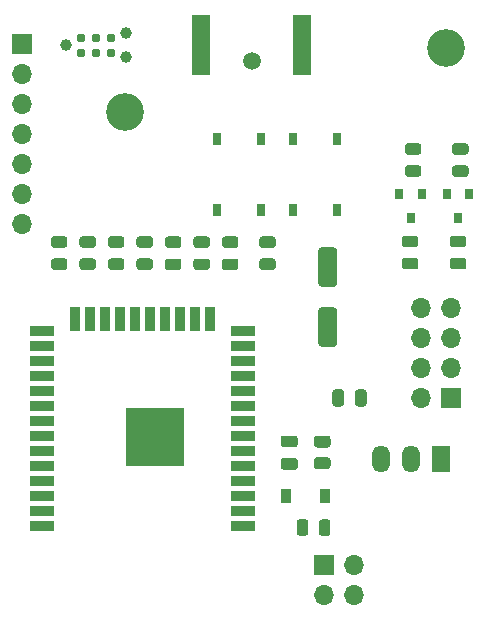
<source format=gts>
G04 #@! TF.GenerationSoftware,KiCad,Pcbnew,(5.1.9-0-10_14)*
G04 #@! TF.CreationDate,2022-01-17T21:12:23+01:00*
G04 #@! TF.ProjectId,ithowifi_4l,6974686f-7769-4666-995f-346c2e6b6963,rev?*
G04 #@! TF.SameCoordinates,Original*
G04 #@! TF.FileFunction,Soldermask,Top*
G04 #@! TF.FilePolarity,Negative*
%FSLAX46Y46*%
G04 Gerber Fmt 4.6, Leading zero omitted, Abs format (unit mm)*
G04 Created by KiCad (PCBNEW (5.1.9-0-10_14)) date 2022-01-17 21:12:23*
%MOMM*%
%LPD*%
G01*
G04 APERTURE LIST*
%ADD10C,3.200000*%
%ADD11R,0.750000X1.000000*%
%ADD12C,1.500000*%
%ADD13R,0.900000X1.200000*%
%ADD14O,1.700000X1.700000*%
%ADD15R,1.700000X1.700000*%
%ADD16C,0.787400*%
%ADD17C,0.990600*%
%ADD18R,2.000000X0.900000*%
%ADD19R,0.900000X2.000000*%
%ADD20R,5.000000X5.000000*%
%ADD21R,1.500000X5.080000*%
%ADD22R,0.800000X0.900000*%
%ADD23O,1.500000X2.300000*%
%ADD24R,1.500000X2.300000*%
G04 APERTURE END LIST*
D10*
X121630000Y-108120000D03*
D11*
X102265000Y-115872000D03*
X102265000Y-121872000D03*
X106015000Y-121872000D03*
X106015000Y-115872000D03*
X112415400Y-121872000D03*
X112415400Y-115872000D03*
X108665400Y-115872000D03*
X108665400Y-121872000D03*
D12*
X105182180Y-109251460D03*
G36*
G01*
X111621502Y-141977500D02*
X110721498Y-141977500D01*
G75*
G02*
X110471500Y-141727502I0J249998D01*
G01*
X110471500Y-141202498D01*
G75*
G02*
X110721498Y-140952500I249998J0D01*
G01*
X111621502Y-140952500D01*
G75*
G02*
X111871500Y-141202498I0J-249998D01*
G01*
X111871500Y-141727502D01*
G75*
G02*
X111621502Y-141977500I-249998J0D01*
G01*
G37*
G36*
G01*
X111621502Y-143802500D02*
X110721498Y-143802500D01*
G75*
G02*
X110471500Y-143552502I0J249998D01*
G01*
X110471500Y-143027498D01*
G75*
G02*
X110721498Y-142777500I249998J0D01*
G01*
X111621502Y-142777500D01*
G75*
G02*
X111871500Y-143027498I0J-249998D01*
G01*
X111871500Y-143552502D01*
G75*
G02*
X111621502Y-143802500I-249998J0D01*
G01*
G37*
D13*
X108125500Y-146084000D03*
X111425500Y-146084000D03*
G36*
G01*
X108852500Y-141951000D02*
X107902500Y-141951000D01*
G75*
G02*
X107652500Y-141701000I0J250000D01*
G01*
X107652500Y-141201000D01*
G75*
G02*
X107902500Y-140951000I250000J0D01*
G01*
X108852500Y-140951000D01*
G75*
G02*
X109102500Y-141201000I0J-250000D01*
G01*
X109102500Y-141701000D01*
G75*
G02*
X108852500Y-141951000I-250000J0D01*
G01*
G37*
G36*
G01*
X108852500Y-143851000D02*
X107902500Y-143851000D01*
G75*
G02*
X107652500Y-143601000I0J250000D01*
G01*
X107652500Y-143101000D01*
G75*
G02*
X107902500Y-142851000I250000J0D01*
G01*
X108852500Y-142851000D01*
G75*
G02*
X109102500Y-143101000I0J-250000D01*
G01*
X109102500Y-143601000D01*
G75*
G02*
X108852500Y-143851000I-250000J0D01*
G01*
G37*
G36*
G01*
X113032000Y-137293000D02*
X113032000Y-138243000D01*
G75*
G02*
X112782000Y-138493000I-250000J0D01*
G01*
X112282000Y-138493000D01*
G75*
G02*
X112032000Y-138243000I0J250000D01*
G01*
X112032000Y-137293000D01*
G75*
G02*
X112282000Y-137043000I250000J0D01*
G01*
X112782000Y-137043000D01*
G75*
G02*
X113032000Y-137293000I0J-250000D01*
G01*
G37*
G36*
G01*
X114932000Y-137293000D02*
X114932000Y-138243000D01*
G75*
G02*
X114682000Y-138493000I-250000J0D01*
G01*
X114182000Y-138493000D01*
G75*
G02*
X113932000Y-138243000I0J250000D01*
G01*
X113932000Y-137293000D01*
G75*
G02*
X114182000Y-137043000I250000J0D01*
G01*
X114682000Y-137043000D01*
G75*
G02*
X114932000Y-137293000I0J-250000D01*
G01*
G37*
G36*
G01*
X112182000Y-128355500D02*
X111082000Y-128355500D01*
G75*
G02*
X110832000Y-128105500I0J250000D01*
G01*
X110832000Y-125280500D01*
G75*
G02*
X111082000Y-125030500I250000J0D01*
G01*
X112182000Y-125030500D01*
G75*
G02*
X112432000Y-125280500I0J-250000D01*
G01*
X112432000Y-128105500D01*
G75*
G02*
X112182000Y-128355500I-250000J0D01*
G01*
G37*
G36*
G01*
X112182000Y-133430500D02*
X111082000Y-133430500D01*
G75*
G02*
X110832000Y-133180500I0J250000D01*
G01*
X110832000Y-130355500D01*
G75*
G02*
X111082000Y-130105500I250000J0D01*
G01*
X112182000Y-130105500D01*
G75*
G02*
X112432000Y-130355500I0J-250000D01*
G01*
X112432000Y-133180500D01*
G75*
G02*
X112182000Y-133430500I-250000J0D01*
G01*
G37*
D14*
X113832000Y-154468000D03*
X111292000Y-154468000D03*
X113832000Y-151928000D03*
D15*
X111292000Y-151928000D03*
D10*
X94488000Y-113538000D03*
D16*
X93306000Y-107266400D03*
X92036000Y-107266400D03*
X93306000Y-108536400D03*
X92036000Y-108536400D03*
X90766000Y-108536400D03*
X90766000Y-107266400D03*
D17*
X94576000Y-108917400D03*
X94576000Y-106885400D03*
X89496000Y-107901400D03*
D18*
X87477600Y-148615400D03*
X87477600Y-147345400D03*
X87477600Y-146075400D03*
X87477600Y-144805400D03*
X87477600Y-143535400D03*
X87477600Y-142265400D03*
X87477600Y-140995400D03*
X87477600Y-139725400D03*
X87477600Y-138455400D03*
X87477600Y-137185400D03*
X87477600Y-135915400D03*
X87477600Y-134645400D03*
X87477600Y-133375400D03*
X87477600Y-132105400D03*
D19*
X90262600Y-131105400D03*
X91532600Y-131105400D03*
X92802600Y-131105400D03*
X94072600Y-131105400D03*
X95342600Y-131105400D03*
X96612600Y-131105400D03*
X97882600Y-131105400D03*
X99152600Y-131105400D03*
X100422600Y-131105400D03*
X101692600Y-131105400D03*
D18*
X104477600Y-132105400D03*
X104477600Y-133375400D03*
X104477600Y-134645400D03*
X104477600Y-135915400D03*
X104477600Y-137185400D03*
X104477600Y-138455400D03*
X104477600Y-139725400D03*
X104477600Y-140995400D03*
X104477600Y-142265400D03*
X104477600Y-143535400D03*
X104477600Y-144805400D03*
X104477600Y-146075400D03*
X104477600Y-147345400D03*
X104477600Y-148615400D03*
D20*
X96977600Y-141115400D03*
G36*
G01*
X106079750Y-125960000D02*
X106992250Y-125960000D01*
G75*
G02*
X107236000Y-126203750I0J-243750D01*
G01*
X107236000Y-126691250D01*
G75*
G02*
X106992250Y-126935000I-243750J0D01*
G01*
X106079750Y-126935000D01*
G75*
G02*
X105836000Y-126691250I0J243750D01*
G01*
X105836000Y-126203750D01*
G75*
G02*
X106079750Y-125960000I243750J0D01*
G01*
G37*
G36*
G01*
X106079750Y-124085000D02*
X106992250Y-124085000D01*
G75*
G02*
X107236000Y-124328750I0J-243750D01*
G01*
X107236000Y-124816250D01*
G75*
G02*
X106992250Y-125060000I-243750J0D01*
G01*
X106079750Y-125060000D01*
G75*
G02*
X105836000Y-124816250I0J243750D01*
G01*
X105836000Y-124328750D01*
G75*
G02*
X106079750Y-124085000I243750J0D01*
G01*
G37*
G36*
G01*
X89356250Y-125051400D02*
X88443750Y-125051400D01*
G75*
G02*
X88200000Y-124807650I0J243750D01*
G01*
X88200000Y-124320150D01*
G75*
G02*
X88443750Y-124076400I243750J0D01*
G01*
X89356250Y-124076400D01*
G75*
G02*
X89600000Y-124320150I0J-243750D01*
G01*
X89600000Y-124807650D01*
G75*
G02*
X89356250Y-125051400I-243750J0D01*
G01*
G37*
G36*
G01*
X89356250Y-126926400D02*
X88443750Y-126926400D01*
G75*
G02*
X88200000Y-126682650I0J243750D01*
G01*
X88200000Y-126195150D01*
G75*
G02*
X88443750Y-125951400I243750J0D01*
G01*
X89356250Y-125951400D01*
G75*
G02*
X89600000Y-126195150I0J-243750D01*
G01*
X89600000Y-126682650D01*
G75*
G02*
X89356250Y-126926400I-243750J0D01*
G01*
G37*
G36*
G01*
X90856750Y-125951400D02*
X91769250Y-125951400D01*
G75*
G02*
X92013000Y-126195150I0J-243750D01*
G01*
X92013000Y-126682650D01*
G75*
G02*
X91769250Y-126926400I-243750J0D01*
G01*
X90856750Y-126926400D01*
G75*
G02*
X90613000Y-126682650I0J243750D01*
G01*
X90613000Y-126195150D01*
G75*
G02*
X90856750Y-125951400I243750J0D01*
G01*
G37*
G36*
G01*
X90856750Y-124076400D02*
X91769250Y-124076400D01*
G75*
G02*
X92013000Y-124320150I0J-243750D01*
G01*
X92013000Y-124807650D01*
G75*
G02*
X91769250Y-125051400I-243750J0D01*
G01*
X90856750Y-125051400D01*
G75*
G02*
X90613000Y-124807650I0J243750D01*
G01*
X90613000Y-124320150D01*
G75*
G02*
X90856750Y-124076400I243750J0D01*
G01*
G37*
G36*
G01*
X94182250Y-125051400D02*
X93269750Y-125051400D01*
G75*
G02*
X93026000Y-124807650I0J243750D01*
G01*
X93026000Y-124320150D01*
G75*
G02*
X93269750Y-124076400I243750J0D01*
G01*
X94182250Y-124076400D01*
G75*
G02*
X94426000Y-124320150I0J-243750D01*
G01*
X94426000Y-124807650D01*
G75*
G02*
X94182250Y-125051400I-243750J0D01*
G01*
G37*
G36*
G01*
X94182250Y-126926400D02*
X93269750Y-126926400D01*
G75*
G02*
X93026000Y-126682650I0J243750D01*
G01*
X93026000Y-126195150D01*
G75*
G02*
X93269750Y-125951400I243750J0D01*
G01*
X94182250Y-125951400D01*
G75*
G02*
X94426000Y-126195150I0J-243750D01*
G01*
X94426000Y-126682650D01*
G75*
G02*
X94182250Y-126926400I-243750J0D01*
G01*
G37*
G36*
G01*
X99008250Y-125065500D02*
X98095750Y-125065500D01*
G75*
G02*
X97852000Y-124821750I0J243750D01*
G01*
X97852000Y-124334250D01*
G75*
G02*
X98095750Y-124090500I243750J0D01*
G01*
X99008250Y-124090500D01*
G75*
G02*
X99252000Y-124334250I0J-243750D01*
G01*
X99252000Y-124821750D01*
G75*
G02*
X99008250Y-125065500I-243750J0D01*
G01*
G37*
G36*
G01*
X99008250Y-126940500D02*
X98095750Y-126940500D01*
G75*
G02*
X97852000Y-126696750I0J243750D01*
G01*
X97852000Y-126209250D01*
G75*
G02*
X98095750Y-125965500I243750J0D01*
G01*
X99008250Y-125965500D01*
G75*
G02*
X99252000Y-126209250I0J-243750D01*
G01*
X99252000Y-126696750D01*
G75*
G02*
X99008250Y-126940500I-243750J0D01*
G01*
G37*
D14*
X85725000Y-123037600D03*
X85725000Y-120497600D03*
X85725000Y-117957600D03*
X85725000Y-115417600D03*
X85725000Y-112877600D03*
X85725000Y-110337600D03*
D15*
X85725000Y-107797600D03*
G36*
G01*
X110886900Y-149207250D02*
X110886900Y-148294750D01*
G75*
G02*
X111130650Y-148051000I243750J0D01*
G01*
X111618150Y-148051000D01*
G75*
G02*
X111861900Y-148294750I0J-243750D01*
G01*
X111861900Y-149207250D01*
G75*
G02*
X111618150Y-149451000I-243750J0D01*
G01*
X111130650Y-149451000D01*
G75*
G02*
X110886900Y-149207250I0J243750D01*
G01*
G37*
G36*
G01*
X109011900Y-149207250D02*
X109011900Y-148294750D01*
G75*
G02*
X109255650Y-148051000I243750J0D01*
G01*
X109743150Y-148051000D01*
G75*
G02*
X109986900Y-148294750I0J-243750D01*
G01*
X109986900Y-149207250D01*
G75*
G02*
X109743150Y-149451000I-243750J0D01*
G01*
X109255650Y-149451000D01*
G75*
G02*
X109011900Y-149207250I0J243750D01*
G01*
G37*
G36*
G01*
X96595250Y-125051400D02*
X95682750Y-125051400D01*
G75*
G02*
X95439000Y-124807650I0J243750D01*
G01*
X95439000Y-124320150D01*
G75*
G02*
X95682750Y-124076400I243750J0D01*
G01*
X96595250Y-124076400D01*
G75*
G02*
X96839000Y-124320150I0J-243750D01*
G01*
X96839000Y-124807650D01*
G75*
G02*
X96595250Y-125051400I-243750J0D01*
G01*
G37*
G36*
G01*
X96595250Y-126926400D02*
X95682750Y-126926400D01*
G75*
G02*
X95439000Y-126682650I0J243750D01*
G01*
X95439000Y-126195150D01*
G75*
G02*
X95682750Y-125951400I243750J0D01*
G01*
X96595250Y-125951400D01*
G75*
G02*
X96839000Y-126195150I0J-243750D01*
G01*
X96839000Y-126682650D01*
G75*
G02*
X96595250Y-126926400I-243750J0D01*
G01*
G37*
D21*
X100931400Y-107848400D03*
X109431400Y-107848400D03*
G36*
G01*
X101421250Y-125065500D02*
X100508750Y-125065500D01*
G75*
G02*
X100265000Y-124821750I0J243750D01*
G01*
X100265000Y-124334250D01*
G75*
G02*
X100508750Y-124090500I243750J0D01*
G01*
X101421250Y-124090500D01*
G75*
G02*
X101665000Y-124334250I0J-243750D01*
G01*
X101665000Y-124821750D01*
G75*
G02*
X101421250Y-125065500I-243750J0D01*
G01*
G37*
G36*
G01*
X101421250Y-126940500D02*
X100508750Y-126940500D01*
G75*
G02*
X100265000Y-126696750I0J243750D01*
G01*
X100265000Y-126209250D01*
G75*
G02*
X100508750Y-125965500I243750J0D01*
G01*
X101421250Y-125965500D01*
G75*
G02*
X101665000Y-126209250I0J-243750D01*
G01*
X101665000Y-126696750D01*
G75*
G02*
X101421250Y-126940500I-243750J0D01*
G01*
G37*
G36*
G01*
X103834250Y-125065500D02*
X102921750Y-125065500D01*
G75*
G02*
X102678000Y-124821750I0J243750D01*
G01*
X102678000Y-124334250D01*
G75*
G02*
X102921750Y-124090500I243750J0D01*
G01*
X103834250Y-124090500D01*
G75*
G02*
X104078000Y-124334250I0J-243750D01*
G01*
X104078000Y-124821750D01*
G75*
G02*
X103834250Y-125065500I-243750J0D01*
G01*
G37*
G36*
G01*
X103834250Y-126940500D02*
X102921750Y-126940500D01*
G75*
G02*
X102678000Y-126696750I0J243750D01*
G01*
X102678000Y-126209250D01*
G75*
G02*
X102921750Y-125965500I243750J0D01*
G01*
X103834250Y-125965500D01*
G75*
G02*
X104078000Y-126209250I0J-243750D01*
G01*
X104078000Y-126696750D01*
G75*
G02*
X103834250Y-126940500I-243750J0D01*
G01*
G37*
G36*
G01*
X118161750Y-125911000D02*
X119074250Y-125911000D01*
G75*
G02*
X119318000Y-126154750I0J-243750D01*
G01*
X119318000Y-126642250D01*
G75*
G02*
X119074250Y-126886000I-243750J0D01*
G01*
X118161750Y-126886000D01*
G75*
G02*
X117918000Y-126642250I0J243750D01*
G01*
X117918000Y-126154750D01*
G75*
G02*
X118161750Y-125911000I243750J0D01*
G01*
G37*
G36*
G01*
X118161750Y-124036000D02*
X119074250Y-124036000D01*
G75*
G02*
X119318000Y-124279750I0J-243750D01*
G01*
X119318000Y-124767250D01*
G75*
G02*
X119074250Y-125011000I-243750J0D01*
G01*
X118161750Y-125011000D01*
G75*
G02*
X117918000Y-124767250I0J243750D01*
G01*
X117918000Y-124279750D01*
G75*
G02*
X118161750Y-124036000I243750J0D01*
G01*
G37*
G36*
G01*
X122225750Y-125911000D02*
X123138250Y-125911000D01*
G75*
G02*
X123382000Y-126154750I0J-243750D01*
G01*
X123382000Y-126642250D01*
G75*
G02*
X123138250Y-126886000I-243750J0D01*
G01*
X122225750Y-126886000D01*
G75*
G02*
X121982000Y-126642250I0J243750D01*
G01*
X121982000Y-126154750D01*
G75*
G02*
X122225750Y-125911000I243750J0D01*
G01*
G37*
G36*
G01*
X122225750Y-124036000D02*
X123138250Y-124036000D01*
G75*
G02*
X123382000Y-124279750I0J-243750D01*
G01*
X123382000Y-124767250D01*
G75*
G02*
X123138250Y-125011000I-243750J0D01*
G01*
X122225750Y-125011000D01*
G75*
G02*
X121982000Y-124767250I0J243750D01*
G01*
X121982000Y-124279750D01*
G75*
G02*
X122225750Y-124036000I243750J0D01*
G01*
G37*
G36*
G01*
X118415750Y-118074400D02*
X119328250Y-118074400D01*
G75*
G02*
X119572000Y-118318150I0J-243750D01*
G01*
X119572000Y-118805650D01*
G75*
G02*
X119328250Y-119049400I-243750J0D01*
G01*
X118415750Y-119049400D01*
G75*
G02*
X118172000Y-118805650I0J243750D01*
G01*
X118172000Y-118318150D01*
G75*
G02*
X118415750Y-118074400I243750J0D01*
G01*
G37*
G36*
G01*
X118415750Y-116199400D02*
X119328250Y-116199400D01*
G75*
G02*
X119572000Y-116443150I0J-243750D01*
G01*
X119572000Y-116930650D01*
G75*
G02*
X119328250Y-117174400I-243750J0D01*
G01*
X118415750Y-117174400D01*
G75*
G02*
X118172000Y-116930650I0J243750D01*
G01*
X118172000Y-116443150D01*
G75*
G02*
X118415750Y-116199400I243750J0D01*
G01*
G37*
G36*
G01*
X123316050Y-117174400D02*
X122403550Y-117174400D01*
G75*
G02*
X122159800Y-116930650I0J243750D01*
G01*
X122159800Y-116443150D01*
G75*
G02*
X122403550Y-116199400I243750J0D01*
G01*
X123316050Y-116199400D01*
G75*
G02*
X123559800Y-116443150I0J-243750D01*
G01*
X123559800Y-116930650D01*
G75*
G02*
X123316050Y-117174400I-243750J0D01*
G01*
G37*
G36*
G01*
X123316050Y-119049400D02*
X122403550Y-119049400D01*
G75*
G02*
X122159800Y-118805650I0J243750D01*
G01*
X122159800Y-118318150D01*
G75*
G02*
X122403550Y-118074400I243750J0D01*
G01*
X123316050Y-118074400D01*
G75*
G02*
X123559800Y-118318150I0J-243750D01*
G01*
X123559800Y-118805650D01*
G75*
G02*
X123316050Y-119049400I-243750J0D01*
G01*
G37*
D22*
X118658600Y-122539000D03*
X117708600Y-120539000D03*
X119608600Y-120539000D03*
X122656600Y-122539000D03*
X121706600Y-120539000D03*
X123606600Y-120539000D03*
D23*
X116179600Y-142951200D03*
X118719600Y-142951200D03*
D24*
X121259600Y-142951200D03*
D15*
X122047000Y-137795000D03*
D14*
X119507000Y-137795000D03*
X122047000Y-135255000D03*
X119507000Y-135255000D03*
X122047000Y-132715000D03*
X119507000Y-132715000D03*
X122047000Y-130175000D03*
X119507000Y-130175000D03*
M02*

</source>
